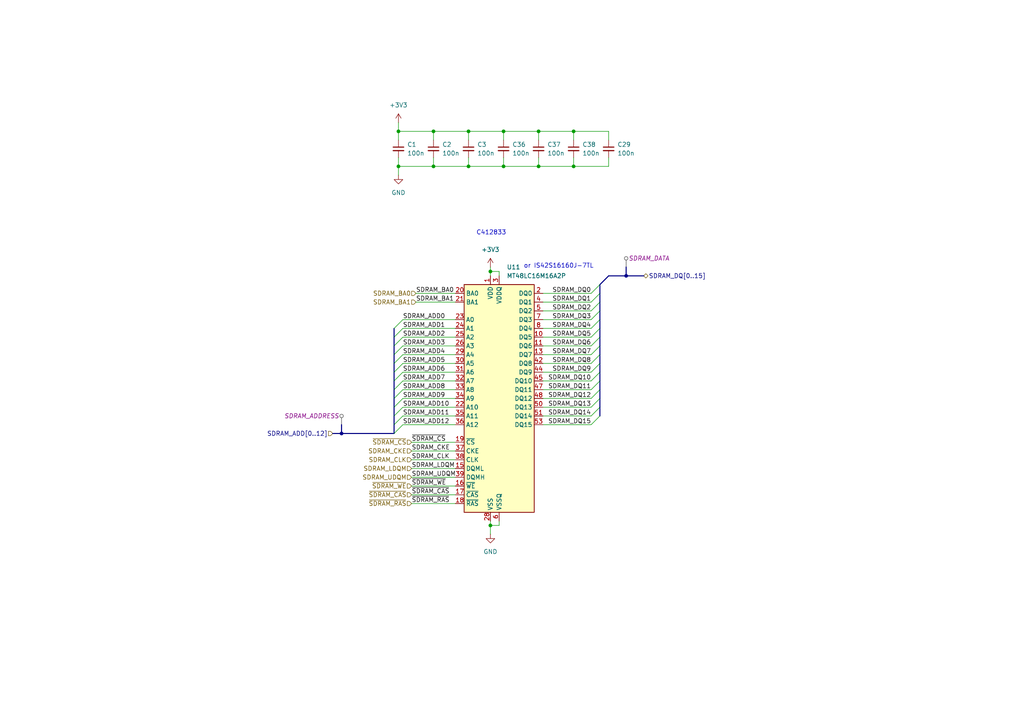
<source format=kicad_sch>
(kicad_sch (version 20231120) (generator "eeschema") (generator_version "8.0")
  (paper "A4")
  (lib_symbols
    (symbol "Device:C_Small" (pin_numbers hide) (pin_names (offset 0.254) hide)
      (property "Reference" "C" (at 0.254 1.778 0))
      (property "Value" "C_Small" (at 0.254 -2.032 0))
      (symbol "C_Small_0_1"
        (polyline (pts (xy -1.524 -0.508) (xy 1.524 -0.508)) (stroke (width 0.3302)))
        (polyline (pts (xy -1.524 0.508) (xy 1.524 0.508)) (stroke (width 0.3048)))
      )
      (symbol "C_Small_1_1"
        (pin passive line (at 0 2.54 270) (length 2.032) (name "~") (number "1"))
        (pin passive line (at 0 -2.54 90) (length 2.032) (name "~") (number "2"))
      )
    )
    (symbol "GND_1" (power) (pin_numbers hide) (pin_names (offset 0) hide)
      (property "Value" "GND" (at 0 -3.81 0))
      (symbol "GND_1_0_1"
        (polyline (pts (xy 0 0) (xy 0 -1.27) (xy 1.27 -1.27) (xy 0 -2.54) (xy -1.27 -1.27) (xy 0 -1.27)))
      )
      (symbol "GND_1_1_1"
        (pin power_in line (at 0 0 270) (length 0) (name "~") (number "1"))
      )
    )
    (symbol "Memory_RAM:MT48LC16M16A2P"
      (property "Reference" "U" (at -8.89 34.29 0))
      (property "Value" "MT48LC16M16A2P" (at 8.89 34.29 0))
      (symbol "MT48LC16M16A2P_0_1"
        (rectangle (start -10.16 33.02) (end 10.16 -33.02) (stroke (width 0.254)) (fill (type background)))
      )
      (symbol "MT48LC16M16A2P_1_1"
        (pin power_in line (at -2.54 35.56 270) (length 2.54) (name "VDD") (number "1"))
        (pin bidirectional line (at 12.7 17.78 180) (length 2.54) (name "DQ5") (number "10"))
        (pin bidirectional line (at 12.7 15.24 180) (length 2.54) (name "DQ6") (number "11"))
        (pin passive line (at 0 -35.56 90) (length 2.54) hide (name "VSSQ") (number "12"))
        (pin bidirectional line (at 12.7 12.7 180) (length 2.54) (name "DQ7") (number "13"))
        (pin passive line (at -2.54 35.56 270) (length 2.54) hide (name "VDD") (number "14"))
        (pin input line (at -12.7 -20.32 0) (length 2.54) (name "DQML") (number "15"))
        (pin input line (at -12.7 -25.4 0) (length 2.54) (name "~{WE}") (number "16"))
        (pin input line (at -12.7 -27.94 0) (length 2.54) (name "~{CAS}") (number "17"))
        (pin input line (at -12.7 -30.48 0) (length 2.54) (name "~{RAS}") (number "18"))
        (pin input line (at -12.7 -12.7 0) (length 2.54) (name "~{CS}") (number "19"))
        (pin bidirectional line (at 12.7 30.48 180) (length 2.54) (name "DQ0") (number "2"))
        (pin input line (at -12.7 30.48 0) (length 2.54) (name "BA0") (number "20"))
        (pin input line (at -12.7 27.94 0) (length 2.54) (name "BA1") (number "21"))
        (pin input line (at -12.7 -2.54 0) (length 2.54) (name "A10") (number "22"))
        (pin input line (at -12.7 22.86 0) (length 2.54) (name "A0") (number "23"))
        (pin input line (at -12.7 20.32 0) (length 2.54) (name "A1") (number "24"))
        (pin input line (at -12.7 17.78 0) (length 2.54) (name "A2") (number "25"))
        (pin input line (at -12.7 15.24 0) (length 2.54) (name "A3") (number "26"))
        (pin passive line (at -2.54 35.56 270) (length 2.54) hide (name "VDD") (number "27"))
        (pin power_in line (at -2.54 -35.56 90) (length 2.54) (name "VSS") (number "28"))
        (pin input line (at -12.7 12.7 0) (length 2.54) (name "A4") (number "29"))
        (pin power_in line (at 0 35.56 270) (length 2.54) (name "VDDQ") (number "3"))
        (pin input line (at -12.7 10.16 0) (length 2.54) (name "A5") (number "30"))
        (pin input line (at -12.7 7.62 0) (length 2.54) (name "A6") (number "31"))
        (pin input line (at -12.7 5.08 0) (length 2.54) (name "A7") (number "32"))
        (pin input line (at -12.7 2.54 0) (length 2.54) (name "A8") (number "33"))
        (pin input line (at -12.7 0 0) (length 2.54) (name "A9") (number "34"))
        (pin input line (at -12.7 -5.08 0) (length 2.54) (name "A11") (number "35"))
        (pin input line (at -12.7 -7.62 0) (length 2.54) (name "A12") (number "36"))
        (pin input line (at -12.7 -15.24 0) (length 2.54) (name "CKE") (number "37"))
        (pin input line (at -12.7 -17.78 0) (length 2.54) (name "CLK") (number "38"))
        (pin input line (at -12.7 -22.86 0) (length 2.54) (name "DQMH") (number "39"))
        (pin bidirectional line (at 12.7 27.94 180) (length 2.54) (name "DQ1") (number "4"))
        (pin no_connect line (at 10.16 -20.32 180) (length 2.54) hide (name "NC") (number "40"))
        (pin passive line (at -2.54 -35.56 90) (length 2.54) hide (name "VSS") (number "41"))
        (pin bidirectional line (at 12.7 10.16 180) (length 2.54) (name "DQ8") (number "42"))
        (pin passive line (at 0 35.56 270) (length 2.54) hide (name "VDDQ") (number "43"))
        (pin bidirectional line (at 12.7 7.62 180) (length 2.54) (name "DQ9") (number "44"))
        (pin bidirectional line (at 12.7 5.08 180) (length 2.54) (name "DQ10") (number "45"))
        (pin passive line (at 0 -35.56 90) (length 2.54) hide (name "VSSQ") (number "46"))
        (pin bidirectional line (at 12.7 2.54 180) (length 2.54) (name "DQ11") (number "47"))
        (pin bidirectional line (at 12.7 0 180) (length 2.54) (name "DQ12") (number "48"))
        (pin passive line (at 0 35.56 270) (length 2.54) hide (name "VDDQ") (number "49"))
        (pin bidirectional line (at 12.7 25.4 180) (length 2.54) (name "DQ2") (number "5"))
        (pin bidirectional line (at 12.7 -2.54 180) (length 2.54) (name "DQ13") (number "50"))
        (pin bidirectional line (at 12.7 -5.08 180) (length 2.54) (name "DQ14") (number "51"))
        (pin passive line (at 0 -35.56 90) (length 2.54) hide (name "VSSQ") (number "52"))
        (pin bidirectional line (at 12.7 -7.62 180) (length 2.54) (name "DQ15") (number "53"))
        (pin passive line (at -2.54 -35.56 90) (length 2.54) hide (name "VSS") (number "54"))
        (pin power_in line (at 0 -35.56 90) (length 2.54) (name "VSSQ") (number "6"))
        (pin bidirectional line (at 12.7 22.86 180) (length 2.54) (name "DQ3") (number "7"))
        (pin bidirectional line (at 12.7 20.32 180) (length 2.54) (name "DQ4") (number "8"))
        (pin passive line (at 0 35.56 270) (length 2.54) hide (name "VDDQ") (number "9"))
      )
    )
    (symbol "power:+3V3" (power) (pin_names (offset 0))
      (property "Value" "+3V3" (at 0 3.556 0))
      (symbol "+3V3_0_1"
        (polyline (pts (xy -0.762 1.27) (xy 0 2.54)))
        (polyline (pts (xy 0 0) (xy 0 2.54)))
        (polyline (pts (xy 0 2.54) (xy 0.762 1.27)))
      )
      (symbol "+3V3_1_1"
        (pin power_in line (at 0 0 90) (length 0) hide (name "+3V3") (number "1"))
      )
    )
    (symbol "power:GND" (power) (pin_names (offset 0))
      (property "Value" "GND" (at 0 -3.81 0))
      (symbol "GND_0_1"
        (polyline (pts (xy 0 0) (xy 0 -1.27) (xy 1.27 -1.27) (xy 0 -2.54) (xy -1.27 -1.27) (xy 0 -1.27)))
      )
      (symbol "GND_1_1"
        (pin power_in line (at 0 0 270) (length 0) hide (name "GND") (number "1"))
      )
    )
  )
  (junction (at 166.37 48.26))
  (junction (at 146.05 48.26))
  (junction (at 125.73 48.26))
  (junction (at 156.21 48.26))
  (junction (at 142.24 78.74))
  (junction (at 125.73 38.1))
  (junction (at 135.89 48.26))
  (junction (at 115.57 38.1))
  (junction (at 142.24 152.4))
  (junction (at 166.37 38.1))
  (junction (at 115.57 48.26))
  (junction (at 181.61 80.01))
  (junction (at 99.06 125.73))
  (junction (at 146.05 38.1))
  (junction (at 156.21 38.1))
  (junction (at 135.89 38.1))
  (bus_entry (at 114.3 102.87) (size 2.54 -2.54))
  (bus_entry (at 171.45 100.33) (size 2.54 -2.54))
  (bus_entry (at 171.45 118.11) (size 2.54 -2.54))
  (bus_entry (at 114.3 100.33) (size 2.54 -2.54))
  (bus_entry (at 114.3 125.73) (size 2.54 -2.54))
  (bus_entry (at 171.45 85.09) (size 2.54 -2.54))
  (bus_entry (at 171.45 120.65) (size 2.54 -2.54))
  (bus_entry (at 114.3 118.11) (size 2.54 -2.54))
  (bus_entry (at 171.45 97.79) (size 2.54 -2.54))
  (bus_entry (at 171.45 92.71) (size 2.54 -2.54))
  (bus_entry (at 114.3 113.03) (size 2.54 -2.54))
  (bus_entry (at 114.3 110.49) (size 2.54 -2.54))
  (bus_entry (at 171.45 115.57) (size 2.54 -2.54))
  (bus_entry (at 114.3 115.57) (size 2.54 -2.54))
  (bus_entry (at 114.3 95.25) (size 2.54 -2.54))
  (bus_entry (at 171.45 95.25) (size 2.54 -2.54))
  (bus_entry (at 171.45 102.87) (size 2.54 -2.54))
  (bus_entry (at 114.3 97.79) (size 2.54 -2.54))
  (bus_entry (at 114.3 105.41) (size 2.54 -2.54))
  (bus_entry (at 114.3 120.65) (size 2.54 -2.54))
  (bus_entry (at 171.45 90.17) (size 2.54 -2.54))
  (bus_entry (at 171.45 123.19) (size 2.54 -2.54))
  (bus_entry (at 171.45 87.63) (size 2.54 -2.54))
  (bus_entry (at 171.45 105.41) (size 2.54 -2.54))
  (bus_entry (at 114.3 123.19) (size 2.54 -2.54))
  (bus_entry (at 114.3 107.95) (size 2.54 -2.54))
  (bus_entry (at 171.45 110.49) (size 2.54 -2.54))
  (bus_entry (at 171.45 107.95) (size 2.54 -2.54))
  (bus_entry (at 171.45 113.03) (size 2.54 -2.54))
  (wire (pts (xy 146.05 38.1) (xy 156.21 38.1)))
  (wire (pts (xy 115.57 45.72) (xy 115.57 48.26)))
  (wire (pts (xy 157.48 120.65) (xy 171.45 120.65)))
  (bus (pts (xy 114.3 113.03) (xy 114.3 110.49)))
  (wire (pts (xy 115.57 38.1) (xy 125.73 38.1)))
  (wire (pts (xy 116.84 95.25) (xy 132.08 95.25)))
  (wire (pts (xy 116.84 92.71) (xy 132.08 92.71)))
  (wire (pts (xy 157.48 113.03) (xy 171.45 113.03)))
  (wire (pts (xy 116.84 97.79) (xy 132.08 97.79)))
  (wire (pts (xy 156.21 48.26) (xy 166.37 48.26)))
  (wire (pts (xy 166.37 38.1) (xy 176.53 38.1)))
  (wire (pts (xy 116.84 100.33) (xy 132.08 100.33)))
  (wire (pts (xy 146.05 45.72) (xy 146.05 48.26)))
  (wire (pts (xy 119.38 133.35) (xy 132.08 133.35)))
  (wire (pts (xy 144.78 152.4) (xy 142.24 152.4)))
  (wire (pts (xy 116.84 113.03) (xy 132.08 113.03)))
  (wire (pts (xy 146.05 48.26) (xy 156.21 48.26)))
  (bus (pts (xy 176.53 80.01) (xy 181.61 80.01)))
  (wire (pts (xy 166.37 45.72) (xy 166.37 48.26)))
  (bus (pts (xy 173.99 115.57) (xy 173.99 113.03)))
  (wire (pts (xy 157.48 87.63) (xy 171.45 87.63)))
  (wire (pts (xy 116.84 123.19) (xy 132.08 123.19)))
  (bus (pts (xy 173.99 90.17) (xy 173.99 87.63)))
  (wire (pts (xy 156.21 45.72) (xy 156.21 48.26)))
  (wire (pts (xy 166.37 38.1) (xy 166.37 40.64)))
  (wire (pts (xy 156.21 38.1) (xy 156.21 40.64)))
  (wire (pts (xy 116.84 115.57) (xy 132.08 115.57)))
  (bus (pts (xy 181.61 80.01) (xy 186.69 80.01)))
  (bus (pts (xy 173.99 110.49) (xy 173.99 107.95)))
  (wire (pts (xy 144.78 78.74) (xy 142.24 78.74)))
  (wire (pts (xy 115.57 35.56) (xy 115.57 38.1)))
  (bus (pts (xy 181.61 77.47) (xy 181.61 80.01)))
  (wire (pts (xy 119.38 138.43) (xy 132.08 138.43)))
  (wire (pts (xy 135.89 45.72) (xy 135.89 48.26)))
  (wire (pts (xy 125.73 38.1) (xy 135.89 38.1)))
  (wire (pts (xy 119.38 135.89) (xy 132.08 135.89)))
  (wire (pts (xy 119.38 146.05) (xy 132.08 146.05)))
  (wire (pts (xy 157.48 95.25) (xy 171.45 95.25)))
  (wire (pts (xy 157.48 118.11) (xy 171.45 118.11)))
  (wire (pts (xy 116.84 102.87) (xy 132.08 102.87)))
  (wire (pts (xy 115.57 48.26) (xy 115.57 50.8)))
  (wire (pts (xy 125.73 38.1) (xy 125.73 40.64)))
  (wire (pts (xy 157.48 102.87) (xy 171.45 102.87)))
  (wire (pts (xy 120.65 85.09) (xy 132.08 85.09)))
  (wire (pts (xy 142.24 78.74) (xy 142.24 80.01)))
  (bus (pts (xy 99.06 123.19) (xy 99.06 125.73)))
  (wire (pts (xy 157.48 115.57) (xy 171.45 115.57)))
  (wire (pts (xy 176.53 45.72) (xy 176.53 48.26)))
  (wire (pts (xy 115.57 38.1) (xy 115.57 40.64)))
  (wire (pts (xy 116.84 118.11) (xy 132.08 118.11)))
  (bus (pts (xy 114.3 115.57) (xy 114.3 113.03)))
  (wire (pts (xy 135.89 48.26) (xy 146.05 48.26)))
  (wire (pts (xy 115.57 48.26) (xy 125.73 48.26)))
  (bus (pts (xy 114.3 123.19) (xy 114.3 120.65)))
  (wire (pts (xy 116.84 107.95) (xy 132.08 107.95)))
  (wire (pts (xy 176.53 38.1) (xy 176.53 40.64)))
  (bus (pts (xy 114.3 97.79) (xy 114.3 95.25)))
  (bus (pts (xy 114.3 120.65) (xy 114.3 118.11)))
  (bus (pts (xy 173.99 87.63) (xy 173.99 85.09)))
  (wire (pts (xy 157.48 100.33) (xy 171.45 100.33)))
  (bus (pts (xy 114.3 118.11) (xy 114.3 115.57)))
  (wire (pts (xy 119.38 128.27) (xy 132.08 128.27)))
  (wire (pts (xy 135.89 38.1) (xy 146.05 38.1)))
  (bus (pts (xy 173.99 82.55) (xy 176.53 80.01)))
  (wire (pts (xy 146.05 38.1) (xy 146.05 40.64)))
  (wire (pts (xy 119.38 140.97) (xy 132.08 140.97)))
  (wire (pts (xy 125.73 48.26) (xy 135.89 48.26)))
  (bus (pts (xy 114.3 105.41) (xy 114.3 102.87)))
  (wire (pts (xy 144.78 151.13) (xy 144.78 152.4)))
  (bus (pts (xy 173.99 113.03) (xy 173.99 110.49)))
  (wire (pts (xy 144.78 80.01) (xy 144.78 78.74)))
  (wire (pts (xy 157.48 97.79) (xy 171.45 97.79)))
  (wire (pts (xy 157.48 105.41) (xy 171.45 105.41)))
  (bus (pts (xy 173.99 85.09) (xy 173.99 82.55)))
  (wire (pts (xy 157.48 90.17) (xy 171.45 90.17)))
  (wire (pts (xy 142.24 77.47) (xy 142.24 78.74)))
  (wire (pts (xy 157.48 92.71) (xy 171.45 92.71)))
  (wire (pts (xy 125.73 45.72) (xy 125.73 48.26)))
  (wire (pts (xy 157.48 107.95) (xy 171.45 107.95)))
  (bus (pts (xy 173.99 95.25) (xy 173.99 92.71)))
  (wire (pts (xy 116.84 120.65) (xy 132.08 120.65)))
  (bus (pts (xy 173.99 107.95) (xy 173.99 105.41)))
  (bus (pts (xy 114.3 110.49) (xy 114.3 107.95)))
  (wire (pts (xy 157.48 85.09) (xy 171.45 85.09)))
  (wire (pts (xy 119.38 130.81) (xy 132.08 130.81)))
  (bus (pts (xy 173.99 100.33) (xy 173.99 97.79)))
  (wire (pts (xy 142.24 152.4) (xy 142.24 151.13)))
  (bus (pts (xy 99.06 125.73) (xy 114.3 125.73)))
  (bus (pts (xy 173.99 118.11) (xy 173.99 115.57)))
  (wire (pts (xy 166.37 48.26) (xy 176.53 48.26)))
  (wire (pts (xy 157.48 110.49) (xy 171.45 110.49)))
  (bus (pts (xy 173.99 97.79) (xy 173.99 95.25)))
  (wire (pts (xy 119.38 143.51) (xy 132.08 143.51)))
  (bus (pts (xy 173.99 102.87) (xy 173.99 100.33)))
  (bus (pts (xy 173.99 92.71) (xy 173.99 90.17)))
  (wire (pts (xy 116.84 105.41) (xy 132.08 105.41)))
  (bus (pts (xy 114.3 100.33) (xy 114.3 97.79)))
  (wire (pts (xy 142.24 154.94) (xy 142.24 152.4)))
  (wire (pts (xy 116.84 110.49) (xy 132.08 110.49)))
  (wire (pts (xy 157.48 123.19) (xy 171.45 123.19)))
  (wire (pts (xy 135.89 38.1) (xy 135.89 40.64)))
  (bus (pts (xy 173.99 105.41) (xy 173.99 102.87)))
  (bus (pts (xy 114.3 123.19) (xy 114.3 125.73)))
  (bus (pts (xy 96.52 125.73) (xy 99.06 125.73)))
  (wire (pts (xy 120.65 87.63) (xy 132.08 87.63)))
  (bus (pts (xy 114.3 107.95) (xy 114.3 105.41)))
  (bus (pts (xy 114.3 102.87) (xy 114.3 100.33)))
  (wire (pts (xy 156.21 38.1) (xy 166.37 38.1)))
  (bus (pts (xy 173.99 120.65) (xy 173.99 118.11)))
  (text "C412833" (at 142.494 67.564 0) (effects (font (size 1.27 1.27))))
  (text "or IS42S16160J-7TL" (at 162.052 77.216 0) (effects (font (size 1.27 1.27))))
  (label "SDRAM_DQ7" (at 171.45 102.87 180))
  (label "SDRAM_ADD4" (at 116.84 102.87 0))
  (label "SDRAM_DQ0" (at 171.45 85.09 180))
  (label "SDRAM_ADD12" (at 116.84 123.19 0))
  (label "SDRAM_DQ3" (at 171.45 92.71 180))
  (label "SDRAM_DQ9" (at 171.45 107.95 180))
  (label "SDRAM_ADD7" (at 116.84 110.49 0))
  (label "SDRAM_ADD8" (at 116.84 113.03 0))
  (label "SDRAM_ADD11" (at 116.84 120.65 0))
  (label "SDRAM_DQ14" (at 171.45 120.65 180))
  (label "SDRAM_UDQM" (at 119.38 138.43 0))
  (label "SDRAM_ADD10" (at 116.84 118.11 0))
  (label "SDRAM_DQ11" (at 171.45 113.03 180))
  (label "SDRAM_ADD1" (at 116.84 95.25 0))
  (label "SDRAM_DQ1" (at 171.45 87.63 180))
  (label "SDRAM_BA1" (at 120.65 87.63 0))
  (label "SDRAM_DQ8" (at 171.45 105.41 180))
  (label "SDRAM_DQ12" (at 171.45 115.57 180))
  (label "SDRAM_DQ15" (at 171.45 123.19 180))
  (label "SDRAM_DQ4" (at 171.45 95.25 180))
  (label "~{SDRAM_CS}" (at 119.38 128.27 0))
  (label "SDRAM_ADD6" (at 116.84 107.95 0))
  (label "SDRAM_ADD5" (at 116.84 105.41 0))
  (label "SDRAM_ADD2" (at 116.84 97.79 0))
  (label "SDRAM_DQ2" (at 171.45 90.17 180))
  (label "~{SDRAM_RAS}" (at 119.38 146.05 0))
  (label "~{SDRAM_CAS}" (at 119.38 143.51 0))
  (label "SDRAM_LDQM" (at 119.38 135.89 0))
  (label "SDRAM_ADD3" (at 116.84 100.33 0))
  (label "SDRAM_CLK" (at 119.38 133.35 0))
  (label "SDRAM_DQ13" (at 171.45 118.11 180))
  (label "SDRAM_CKE" (at 119.38 130.81 0))
  (label "~{SDRAM_WE}" (at 119.38 140.97 0))
  (label "SDRAM_DQ5" (at 171.45 97.79 180))
  (label "SDRAM_BA0" (at 120.65 85.09 0))
  (label "SDRAM_ADD9" (at 116.84 115.57 0))
  (label "SDRAM_DQ10" (at 171.45 110.49 180))
  (label "SDRAM_DQ6" (at 171.45 100.33 180))
  (label "SDRAM_ADD0" (at 116.84 92.71 0))
  (hierarchical_label "SDRAM_CKE" (shape input) (at 119.38 130.81 180))
  (hierarchical_label "~{SDRAM_WE}" (shape input) (at 119.38 140.97 180))
  (hierarchical_label "SDRAM_ADD[0..12]" (shape input) (at 96.52 125.73 180))
  (hierarchical_label "SDRAM_DQ[0..15]" (shape bidirectional) (at 186.69 80.01 0))
  (hierarchical_label "SDRAM_UDQM" (shape input) (at 119.38 138.43 180))
  (hierarchical_label "SDRAM_CLK" (shape input) (at 119.38 133.35 180))
  (hierarchical_label "~{SDRAM_CAS}" (shape input) (at 119.38 143.51 180))
  (hierarchical_label "~{SDRAM_RAS}" (shape input) (at 119.38 146.05 180))
  (hierarchical_label "~{SDRAM_CS}" (shape input) (at 119.38 128.27 180))
  (hierarchical_label "SDRAM_BA0" (shape input) (at 120.65 85.09 180))
  (hierarchical_label "SDRAM_BA1" (shape input) (at 120.65 87.63 180))
  (hierarchical_label "SDRAM_LDQM" (shape input) (at 119.38 135.89 180))
  (netclass_flag "" (length 2.54) (shape round) (at 99.06 123.19 0) (property "Netclass" "SDRAM_ADDRESS" (at 98.3615 120.65 0) (effects (font (italic yes)) (justify right))))
  (netclass_flag "" (length 2.54) (shape round) (at 181.61 77.47 0) (property "Netclass" "SDRAM_DATA" (at 182.3085 74.93 0) (effects (font (italic yes)) (justify left))))
  (symbol (lib_name "GND_1") (lib_id "power:GND") (at 142.24 154.94 0) (unit 1)
    (property "Reference" "#PWR0121" (effects (hide yes)))
    (property "Value" "GND" (at 142.24 160.02 0))
    (property "Description" "Power symbol creates a global label with name \"GND\" , ground" (effects (hide yes)))
    (instances (project "chroma-pixel-h743" (path "" (reference "#PWR0121") (unit 1))) (project "chroma-pixel-h743" (path "" (reference "#PWR088") (unit 1))))
  )
  (symbol (lib_id "Device:C_Small") (at 135.89 43.18 0) (unit 1)
    (property "Reference" "C3" (at 138.43 41.9163 0) (effects (justify left)))
    (property "Value" "100n" (at 138.43 44.4563 0) (effects (justify left)))
    (property "Footprint" "Capacitor_SMD:C_0402_1005Metric" (effects (hide yes)))
    (property "JLCPCB Part #" "C307331" (effects (hide yes)))
    (instances (project "chroma-pixel-h743" (path "" (reference "C3") (unit 1))) (project "chroma-pixel-h743" (path "" (reference "C45") (unit 1))))
  )
  (symbol (lib_id "Device:C_Small") (at 176.53 43.18 0) (unit 1)
    (property "Reference" "C29" (at 179.07 41.9163 0) (effects (justify left)))
    (property "Value" "100n" (at 179.07 44.4563 0) (effects (justify left)))
    (property "Footprint" "Capacitor_SMD:C_0402_1005Metric" (effects (hide yes)))
    (property "JLCPCB Part #" "C307331" (effects (hide yes)))
    (instances (project "chroma-pixel-h743" (path "" (reference "C29") (unit 1))) (project "chroma-pixel-h743" (path "" (reference "C49") (unit 1))))
  )
  (symbol (lib_id "power:+3V3") (at 142.24 77.47 0) (unit 1)
    (property "Reference" "#PWR0120" (effects (hide yes)))
    (property "Value" "+3V3" (at 142.24 72.39 0))
    (property "Description" "Power symbol creates a global label with name \"+3V3\"" (effects (hide yes)))
    (instances (project "chroma-pixel-h743" (path "" (reference "#PWR0120") (unit 1))) (project "chroma-pixel-h743" (path "" (reference "#PWR087") (unit 1))))
  )
  (symbol (lib_id "Device:C_Small") (at 156.21 43.18 0) (unit 1)
    (property "Reference" "C37" (at 158.75 41.9163 0) (effects (justify left)))
    (property "Value" "100n" (at 158.75 44.4563 0) (effects (justify left)))
    (property "Footprint" "Capacitor_SMD:C_0402_1005Metric" (effects (hide yes)))
    (property "JLCPCB Part #" "C307331" (effects (hide yes)))
    (instances (project "chroma-pixel-h743" (path "" (reference "C37") (unit 1))) (project "chroma-pixel-h743" (path "" (reference "C47") (unit 1))))
  )
  (symbol (lib_id "Device:C_Small") (at 166.37 43.18 0) (unit 1)
    (property "Reference" "C38" (at 168.91 41.9163 0) (effects (justify left)))
    (property "Value" "100n" (at 168.91 44.4563 0) (effects (justify left)))
    (property "Footprint" "Capacitor_SMD:C_0402_1005Metric" (effects (hide yes)))
    (property "JLCPCB Part #" "C307331" (effects (hide yes)))
    (instances (project "chroma-pixel-h743" (path "" (reference "C38") (unit 1))) (project "chroma-pixel-h743" (path "" (reference "C48") (unit 1))))
  )
  (symbol (lib_id "Device:C_Small") (at 125.73 43.18 0) (unit 1)
    (property "Reference" "C2" (at 128.27 41.9163 0) (effects (justify left)))
    (property "Value" "100n" (at 128.27 44.4563 0) (effects (justify left)))
    (property "Footprint" "Capacitor_SMD:C_0402_1005Metric" (effects (hide yes)))
    (property "JLCPCB Part #" "C307331" (effects (hide yes)))
    (instances (project "chroma-pixel-h743" (path "" (reference "C2") (unit 1))) (project "chroma-pixel-h743" (path "" (reference "C44") (unit 1))))
  )
  (symbol (lib_id "Device:C_Small") (at 146.05 43.18 0) (unit 1)
    (property "Reference" "C36" (at 148.59 41.9163 0) (effects (justify left)))
    (property "Value" "100n" (at 148.59 44.4563 0) (effects (justify left)))
    (property "Footprint" "Capacitor_SMD:C_0402_1005Metric" (effects (hide yes)))
    (property "JLCPCB Part #" "C307331" (effects (hide yes)))
    (instances (project "chroma-pixel-h743" (path "" (reference "C36") (unit 1))) (project "chroma-pixel-h743" (path "" (reference "C46") (unit 1))))
  )
  (symbol (lib_id "power:GND") (at 115.57 50.8 0) (unit 1)
    (property "Reference" "#PWR02" (effects (hide yes)))
    (property "Value" "GND" (at 115.57 55.88 0))
    (instances (project "chroma-pixel-h743" (path "" (reference "#PWR02") (unit 1))) (project "chroma-pixel-h743" (path "" (reference "#PWR086") (unit 1))))
  )
  (symbol (lib_id "power:+3V3") (at 115.57 35.56 0) (unit 1)
    (property "Reference" "#PWR01" (effects (hide yes)))
    (property "Value" "+3V3" (at 115.57 30.48 0))
    (property "Description" "Power symbol creates a global label with name \"+3V3\"" (effects (hide yes)))
    (instances (project "chroma-pixel-h743" (path "" (reference "#PWR01") (unit 1))) (project "chroma-pixel-h743" (path "" (reference "#PWR085") (unit 1))))
  )
  (symbol (lib_id "Memory_RAM:MT48LC16M16A2P") (at 144.78 115.57 0) (unit 1)
    (property "Reference" "U11" (at 146.9741 77.47 0) (effects (justify left)))
    (property "Value" "MT48LC16M16A2P" (at 146.9741 80.01 0) (effects (justify left)))
    (property "Footprint" "Package_SO:TSOP-II-54_22.2x10.16mm_P0.8mm" (effects (hide yes)))
    (property "Datasheet" "https://www.micron.com/-/media/client/global/documents/products/data-sheet/dram/256mb_sdr.pdf" (effects (hide yes)))
    (property "Description" "256M – (16M x 16 bit) Synchronous DRAM (SDRAM), TSOP-II-54" (effects (hide yes)))
    (property "JLCPCB Part #" "C412833" (effects (hide yes)))
    (instances (project "chroma-pixel-h743" (path "" (reference "U11") (unit 1))) (project "chroma-pixel-h743" (path "" (reference "U7") (unit 1))))
  )
  (symbol (lib_id "Device:C_Small") (at 115.57 43.18 0) (unit 1)
    (property "Reference" "C1" (at 118.11 41.9163 0) (effects (justify left)))
    (property "Value" "100n" (at 118.11 44.4563 0) (effects (justify left)))
    (property "Footprint" "Capacitor_SMD:C_0402_1005Metric" (effects (hide yes)))
    (property "JLCPCB Part #" "C307331" (effects (hide yes)))
    (instances (project "chroma-pixel-h743" (path "" (reference "C1") (unit 1))) (project "chroma-pixel-h743" (path "" (reference "C43") (unit 1))))
  )
)
</source>
